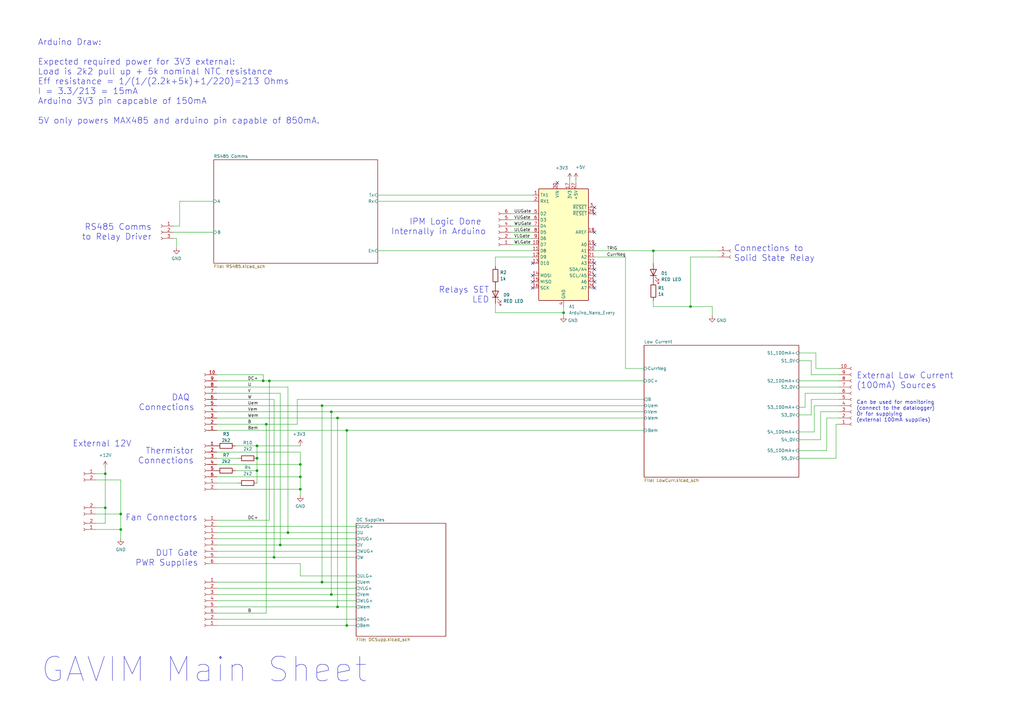
<source format=kicad_sch>
(kicad_sch (version 20231120) (generator "eeschema") (generator_version "8.0")
  (paper "A3")
  (title_block (title "GAVIM V4 TEST 137") (date "2024-06-25") (rev "00.00") (company "Nidec Drives"))
  (lib_symbols
    (symbol "Connector:Conn_01x02_Socket" (pin_names (offset 1.016) hide)
      (property "Reference" "J" (at 0 2.54 0))
      (property "Value" "Conn_01x02_Socket" (at 0 -5.08 0))
      (symbol "Conn_01x02_Socket_1_1"
        (arc (start 0 -2.032) (mid -0.5058 -2.54) (end 0 -3.048) (stroke (width 0.1524)))
        (polyline (pts (xy -1.27 -2.54) (xy -0.508 -2.54)) (stroke (width 0.1524)))
        (polyline (pts (xy -1.27 0) (xy -0.508 0)) (stroke (width 0.1524)))
        (arc (start 0 0.508) (mid -0.5058 0) (end 0 -0.508) (stroke (width 0.1524)))
        (pin passive line (at -5.08 0 0) (length 3.81) (name "Pin_1") (number "1"))
        (pin passive line (at -5.08 -2.54 0) (length 3.81) (name "Pin_2") (number "2"))
      )
    )
    (symbol "Connector:Conn_01x03_Socket" (pin_names (offset 1.016) hide)
      (property "Reference" "J" (at 0 5.08 0))
      (property "Value" "Conn_01x03_Socket" (at 0 -5.08 0))
      (symbol "Conn_01x03_Socket_1_1"
        (arc (start 0 -2.032) (mid -0.5058 -2.54) (end 0 -3.048) (stroke (width 0.1524)))
        (polyline (pts (xy -1.27 -2.54) (xy -0.508 -2.54)) (stroke (width 0.1524)))
        (polyline (pts (xy -1.27 0) (xy -0.508 0)) (stroke (width 0.1524)))
        (polyline (pts (xy -1.27 2.54) (xy -0.508 2.54)) (stroke (width 0.1524)))
        (arc (start 0 0.508) (mid -0.5058 0) (end 0 -0.508) (stroke (width 0.1524)))
        (arc (start 0 3.048) (mid -0.5058 2.54) (end 0 2.032) (stroke (width 0.1524)))
        (pin passive line (at -5.08 2.54 0) (length 3.81) (name "Pin_1") (number "1"))
        (pin passive line (at -5.08 0 0) (length 3.81) (name "Pin_2") (number "2"))
        (pin passive line (at -5.08 -2.54 0) (length 3.81) (name "Pin_3") (number "3"))
      )
    )
    (symbol "Connector:Conn_01x06_Socket" (pin_names (offset 1.016) hide)
      (property "Reference" "J" (at 0 7.62 0))
      (property "Value" "Conn_01x06_Socket" (at 0 -10.16 0))
      (symbol "Conn_01x06_Socket_1_1"
        (arc (start 0 -7.112) (mid -0.5058 -7.62) (end 0 -8.128) (stroke (width 0.1524)))
        (arc (start 0 -4.572) (mid -0.5058 -5.08) (end 0 -5.588) (stroke (width 0.1524)))
        (arc (start 0 -2.032) (mid -0.5058 -2.54) (end 0 -3.048) (stroke (width 0.1524)))
        (polyline (pts (xy -1.27 -7.62) (xy -0.508 -7.62)) (stroke (width 0.1524)))
        (polyline (pts (xy -1.27 -5.08) (xy -0.508 -5.08)) (stroke (width 0.1524)))
        (polyline (pts (xy -1.27 -2.54) (xy -0.508 -2.54)) (stroke (width 0.1524)))
        (polyline (pts (xy -1.27 0) (xy -0.508 0)) (stroke (width 0.1524)))
        (polyline (pts (xy -1.27 2.54) (xy -0.508 2.54)) (stroke (width 0.1524)))
        (polyline (pts (xy -1.27 5.08) (xy -0.508 5.08)) (stroke (width 0.1524)))
        (arc (start 0 0.508) (mid -0.5058 0) (end 0 -0.508) (stroke (width 0.1524)))
        (arc (start 0 3.048) (mid -0.5058 2.54) (end 0 2.032) (stroke (width 0.1524)))
        (arc (start 0 5.588) (mid -0.5058 5.08) (end 0 4.572) (stroke (width 0.1524)))
        (pin passive line (at -5.08 5.08 0) (length 3.81) (name "Pin_1") (number "1"))
        (pin passive line (at -5.08 2.54 0) (length 3.81) (name "Pin_2") (number "2"))
        (pin passive line (at -5.08 0 0) (length 3.81) (name "Pin_3") (number "3"))
        (pin passive line (at -5.08 -2.54 0) (length 3.81) (name "Pin_4") (number "4"))
        (pin passive line (at -5.08 -5.08 0) (length 3.81) (name "Pin_5") (number "5"))
        (pin passive line (at -5.08 -7.62 0) (length 3.81) (name "Pin_6") (number "6"))
      )
    )
    (symbol "Connector:Conn_01x10_Socket" (pin_names (offset 1.016) hide)
      (property "Reference" "J" (at 0 12.7 0))
      (property "Value" "Conn_01x10_Socket" (at 0 -15.24 0))
      (symbol "Conn_01x10_Socket_1_1"
        (arc (start 0 -12.192) (mid -0.5058 -12.7) (end 0 -13.208) (stroke (width 0.1524)))
        (arc (start 0 -9.652) (mid -0.5058 -10.16) (end 0 -10.668) (stroke (width 0.1524)))
        (arc (start 0 -7.112) (mid -0.5058 -7.62) (end 0 -8.128) (stroke (width 0.1524)))
        (arc (start 0 -4.572) (mid -0.5058 -5.08) (end 0 -5.588) (stroke (width 0.1524)))
        (arc (start 0 -2.032) (mid -0.5058 -2.54) (end 0 -3.048) (stroke (width 0.1524)))
        (polyline (pts (xy -1.27 -12.7) (xy -0.508 -12.7)) (stroke (width 0.1524)))
        (polyline (pts (xy -1.27 -10.16) (xy -0.508 -10.16)) (stroke (width 0.1524)))
        (polyline (pts (xy -1.27 -7.62) (xy -0.508 -7.62)) (stroke (width 0.1524)))
        (polyline (pts (xy -1.27 -5.08) (xy -0.508 -5.08)) (stroke (width 0.1524)))
        (polyline (pts (xy -1.27 -2.54) (xy -0.508 -2.54)) (stroke (width 0.1524)))
        (polyline (pts (xy -1.27 0) (xy -0.508 0)) (stroke (width 0.1524)))
        (polyline (pts (xy -1.27 2.54) (xy -0.508 2.54)) (stroke (width 0.1524)))
        (polyline (pts (xy -1.27 5.08) (xy -0.508 5.08)) (stroke (width 0.1524)))
        (polyline (pts (xy -1.27 7.62) (xy -0.508 7.62)) (stroke (width 0.1524)))
        (polyline (pts (xy -1.27 10.16) (xy -0.508 10.16)) (stroke (width 0.1524)))
        (arc (start 0 0.508) (mid -0.5058 0) (end 0 -0.508) (stroke (width 0.1524)))
        (arc (start 0 3.048) (mid -0.5058 2.54) (end 0 2.032) (stroke (width 0.1524)))
        (arc (start 0 5.588) (mid -0.5058 5.08) (end 0 4.572) (stroke (width 0.1524)))
        (arc (start 0 8.128) (mid -0.5058 7.62) (end 0 7.112) (stroke (width 0.1524)))
        (arc (start 0 10.668) (mid -0.5058 10.16) (end 0 9.652) (stroke (width 0.1524)))
        (pin passive line (at -5.08 10.16 0) (length 3.81) (name "Pin_1") (number "1"))
        (pin passive line (at -5.08 -12.7 0) (length 3.81) (name "Pin_10") (number "10"))
        (pin passive line (at -5.08 7.62 0) (length 3.81) (name "Pin_2") (number "2"))
        (pin passive line (at -5.08 5.08 0) (length 3.81) (name "Pin_3") (number "3"))
        (pin passive line (at -5.08 2.54 0) (length 3.81) (name "Pin_4") (number "4"))
        (pin passive line (at -5.08 0 0) (length 3.81) (name "Pin_5") (number "5"))
        (pin passive line (at -5.08 -2.54 0) (length 3.81) (name "Pin_6") (number "6"))
        (pin passive line (at -5.08 -5.08 0) (length 3.81) (name "Pin_7") (number "7"))
        (pin passive line (at -5.08 -7.62 0) (length 3.81) (name "Pin_8") (number "8"))
        (pin passive line (at -5.08 -10.16 0) (length 3.81) (name "Pin_9") (number "9"))
      )
    )
    (symbol "Device:LED" (pin_numbers hide) (pin_names (offset 1.016) hide)
      (property "Reference" "D" (at 0 2.54 0))
      (property "Value" "LED" (at 0 -2.54 0))
      (symbol "LED_0_1"
        (polyline (pts (xy -1.27 -1.27) (xy -1.27 1.27)) (stroke (width 0.254)))
        (polyline (pts (xy -1.27 0) (xy 1.27 0)))
        (polyline (pts (xy 1.27 -1.27) (xy 1.27 1.27) (xy -1.27 0) (xy 1.27 -1.27)) (stroke (width 0.254)))
        (polyline (pts (xy -3.048 -0.762) (xy -4.572 -2.286) (xy -3.81 -2.286) (xy -4.572 -2.286) (xy -4.572 -1.524)))
        (polyline (pts (xy -1.778 -0.762) (xy -3.302 -2.286) (xy -2.54 -2.286) (xy -3.302 -2.286) (xy -3.302 -1.524)))
      )
      (symbol "LED_1_1"
        (pin passive line (at -3.81 0 0) (length 2.54) (name "K") (number "1"))
        (pin passive line (at 3.81 0 180) (length 2.54) (name "A") (number "2"))
      )
    )
    (symbol "Device:R" (pin_numbers hide) (pin_names (offset 0))
      (property "Reference" "R" (at 2.032 0 90))
      (property "Value" "R" (at 0 0 90))
      (symbol "R_0_1"
        (rectangle (start -1.016 -2.54) (end 1.016 2.54) (stroke (width 0.254)))
      )
      (symbol "R_1_1"
        (pin passive line (at 0 3.81 270) (length 1.27) (name "~") (number "1"))
        (pin passive line (at 0 -3.81 90) (length 1.27) (name "~") (number "2"))
      )
    )
    (symbol "MCU_Module:Arduino_Nano_Every"
      (property "Reference" "A" (at -10.16 23.495 0))
      (property "Value" "Arduino_Nano_Every" (at 5.08 -24.13 0))
      (symbol "Arduino_Nano_Every_0_1"
        (rectangle (start -10.16 22.86) (end 10.16 -22.86) (stroke (width 0.254)) (fill (type background)))
      )
      (symbol "Arduino_Nano_Every_1_1"
        (pin bidirectional line (at -12.7 20.32 0) (length 2.54) (name "TX1") (number "1"))
        (pin bidirectional line (at -12.7 0 0) (length 2.54) (name "D7") (number "10"))
        (pin bidirectional line (at -12.7 -2.54 0) (length 2.54) (name "D8") (number "11"))
        (pin bidirectional line (at -12.7 -5.08 0) (length 2.54) (name "D9") (number "12"))
        (pin bidirectional line (at -12.7 -7.62 0) (length 2.54) (name "D10") (number "13"))
        (pin bidirectional line (at -12.7 -12.7 0) (length 2.54) (name "MOSI") (number "14"))
        (pin bidirectional line (at -12.7 -15.24 0) (length 2.54) (name "MISO") (number "15"))
        (pin bidirectional line (at -12.7 -17.78 0) (length 2.54) (name "SCK") (number "16"))
        (pin power_out line (at 2.54 25.4 270) (length 2.54) (name "3V3") (number "17"))
        (pin input line (at 12.7 5.08 180) (length 2.54) (name "AREF") (number "18"))
        (pin bidirectional line (at 12.7 0 180) (length 2.54) (name "A0") (number "19"))
        (pin bidirectional line (at -12.7 17.78 0) (length 2.54) (name "RX1") (number "2"))
        (pin bidirectional line (at 12.7 -2.54 180) (length 2.54) (name "A1") (number "20"))
        (pin bidirectional line (at 12.7 -5.08 180) (length 2.54) (name "A2") (number "21"))
        (pin bidirectional line (at 12.7 -7.62 180) (length 2.54) (name "A3") (number "22"))
        (pin bidirectional line (at 12.7 -10.16 180) (length 2.54) (name "SDA/A4") (number "23"))
        (pin bidirectional line (at 12.7 -12.7 180) (length 2.54) (name "SCL/A5") (number "24"))
        (pin bidirectional line (at 12.7 -15.24 180) (length 2.54) (name "A6") (number "25"))
        (pin bidirectional line (at 12.7 -17.78 180) (length 2.54) (name "A7") (number "26"))
        (pin power_out line (at 5.08 25.4 270) (length 2.54) (name "+5V") (number "27"))
        (pin input line (at 12.7 12.7 180) (length 2.54) (name "~{RESET}") (number "28"))
        (pin passive line (at 0 -25.4 90) (length 2.54) hide (name "GND") (number "29"))
        (pin input line (at 12.7 15.24 180) (length 2.54) (name "~{RESET}") (number "3"))
        (pin power_in line (at -2.54 25.4 270) (length 2.54) (name "VIN") (number "30"))
        (pin power_in line (at 0 -25.4 90) (length 2.54) (name "GND") (number "4"))
        (pin bidirectional line (at -12.7 12.7 0) (length 2.54) (name "D2") (number "5"))
        (pin bidirectional line (at -12.7 10.16 0) (length 2.54) (name "D3") (number "6"))
        (pin bidirectional line (at -12.7 7.62 0) (length 2.54) (name "D4") (number "7"))
        (pin bidirectional line (at -12.7 5.08 0) (length 2.54) (name "D5") (number "8"))
        (pin bidirectional line (at -12.7 2.54 0) (length 2.54) (name "D6") (number "9"))
      )
    )
    (symbol "power:+12V" (power) (pin_numbers hide) (pin_names (offset 0) hide)
      (property "Value" "+12V" (at 0 3.556 0))
      (symbol "+12V_0_1"
        (polyline (pts (xy -0.762 1.27) (xy 0 2.54)))
        (polyline (pts (xy 0 0) (xy 0 2.54)))
        (polyline (pts (xy 0 2.54) (xy 0.762 1.27)))
      )
      (symbol "+12V_1_1"
        (pin power_in line (at 0 0 90) (length 0) (name "~") (number "1"))
      )
    )
    (symbol "power:+3V3" (power) (pin_numbers hide) (pin_names (offset 0) hide)
      (property "Value" "+3V3" (at 0 3.556 0))
      (symbol "+3V3_0_1"
        (polyline (pts (xy -0.762 1.27) (xy 0 2.54)))
        (polyline (pts (xy 0 0) (xy 0 2.54)))
        (polyline (pts (xy 0 2.54) (xy 0.762 1.27)))
      )
      (symbol "+3V3_1_1"
        (pin power_in line (at 0 0 90) (length 0) (name "~") (number "1"))
      )
    )
    (symbol "power:+5V" (power) (pin_numbers hide) (pin_names (offset 0) hide)
      (property "Value" "+5V" (at 0 3.556 0))
      (symbol "+5V_0_1"
        (polyline (pts (xy -0.762 1.27) (xy 0 2.54)))
        (polyline (pts (xy 0 0) (xy 0 2.54)))
        (polyline (pts (xy 0 2.54) (xy 0.762 1.27)))
      )
      (symbol "+5V_1_1"
        (pin power_in line (at 0 0 90) (length 0) (name "~") (number "1"))
      )
    )
    (symbol "power:GND" (power) (pin_names (offset 0))
      (property "Value" "GND" (at 0 -3.81 0))
      (symbol "GND_0_1"
        (polyline (pts (xy 0 0) (xy 0 -1.27) (xy 1.27 -1.27) (xy 0 -2.54) (xy -1.27 -1.27) (xy 0 -1.27)))
      )
      (symbol "GND_1_1"
        (pin power_in line (at 0 0 270) (length 0) hide (name "GND") (number "1"))
      )
    )
  )
  (junction (at 105.41 182.88))
  (junction (at 138.43 248.92))
  (junction (at 49.53 217.17))
  (junction (at 105.41 193.04))
  (junction (at 114.935 223.52))
  (junction (at 135.89 243.84))
  (junction (at 112.395 228.6))
  (junction (at 123.19 200.66))
  (junction (at 49.53 210.82))
  (junction (at 132.08 166.37))
  (junction (at 118.11 218.44))
  (junction (at 109.22 173.99))
  (junction (at 231.14 128.27))
  (junction (at 105.41 187.96))
  (junction (at 123.19 190.5))
  (junction (at 123.19 195.58))
  (junction (at 43.18 208.28))
  (junction (at 110.49 156.21))
  (junction (at 107.95 156.21))
  (junction (at 142.24 256.54))
  (junction (at 135.89 168.91))
  (junction (at 267.97 102.87))
  (junction (at 43.18 194.31))
  (junction (at 138.43 171.45))
  (junction (at 283.21 125.73))
  (junction (at 132.08 238.76))
  (junction (at 142.24 176.53))
  (no_connect (at 218.44 115.57))
  (no_connect (at 243.84 118.11))
  (no_connect (at 243.84 113.03))
  (no_connect (at 243.84 110.49))
  (no_connect (at 218.44 113.03))
  (no_connect (at 243.84 95.25))
  (no_connect (at 218.44 118.11))
  (no_connect (at 243.84 87.63))
  (no_connect (at 243.84 107.95))
  (no_connect (at 243.84 100.33))
  (no_connect (at 243.84 115.57))
  (no_connect (at 243.84 85.09))
  (no_connect (at 218.44 107.95))
  (no_connect (at 228.6 74.93))
  (wire (pts (xy 107.95 153.67) (xy 107.95 156.21)))
  (wire (pts (xy 231.14 125.73) (xy 231.14 128.27)))
  (wire (pts (xy 121.92 163.83) (xy 264.16 163.83)))
  (wire (pts (xy 88.9 190.5) (xy 123.19 190.5)))
  (wire (pts (xy 138.43 171.45) (xy 138.43 248.92)))
  (wire (pts (xy 88.9 161.29) (xy 114.935 161.29)))
  (wire (pts (xy 132.08 238.76) (xy 146.05 238.76)))
  (wire (pts (xy 88.9 153.67) (xy 107.95 153.67)))
  (wire (pts (xy 267.97 123.19) (xy 267.97 125.73)))
  (wire (pts (xy 43.18 208.28) (xy 43.18 194.31)))
  (wire (pts (xy 39.37 210.82) (xy 49.53 210.82)))
  (wire (pts (xy 88.9 213.36) (xy 110.49 213.36)))
  (wire (pts (xy 267.97 102.87) (xy 267.97 107.95)))
  (wire (pts (xy 332.74 170.18) (xy 327.66 170.18)))
  (wire (pts (xy 123.19 185.42) (xy 123.19 190.5)))
  (wire (pts (xy 121.92 163.83) (xy 121.92 173.99)))
  (wire (pts (xy 88.9 246.38) (xy 146.05 246.38)))
  (wire (pts (xy 107.95 156.21) (xy 110.49 156.21)))
  (wire (pts (xy 88.9 215.9) (xy 146.05 215.9)))
  (wire (pts (xy 283.21 105.41) (xy 294.64 105.41)))
  (wire (pts (xy 49.53 196.85) (xy 39.37 196.85)))
  (wire (pts (xy 88.9 187.96) (xy 97.79 187.96)))
  (wire (pts (xy 123.19 203.2) (xy 123.19 200.66)))
  (wire (pts (xy 327.66 167.005) (xy 330.2 167.005)))
  (wire (pts (xy 39.37 208.28) (xy 43.18 208.28)))
  (wire (pts (xy 96.52 182.88) (xy 105.41 182.88)))
  (wire (pts (xy 112.395 228.6) (xy 146.05 228.6)))
  (wire (pts (xy 135.89 168.91) (xy 264.16 168.91)))
  (wire (pts (xy 105.41 182.88) (xy 105.41 187.96)))
  (wire (pts (xy 138.43 171.45) (xy 88.9 171.45)))
  (wire (pts (xy 334.645 151.13) (xy 344.17 151.13)))
  (wire (pts (xy 88.9 185.42) (xy 123.19 185.42)))
  (wire (pts (xy 209.55 90.17) (xy 218.44 90.17)))
  (wire (pts (xy 121.92 173.99) (xy 109.22 173.99)))
  (wire (pts (xy 72.39 97.79) (xy 71.12 97.79)))
  (wire (pts (xy 88.9 195.58) (xy 123.19 195.58)))
  (wire (pts (xy 73.66 92.71) (xy 71.12 92.71)))
  (wire (pts (xy 88.9 256.54) (xy 142.24 256.54)))
  (wire (pts (xy 123.19 231.14) (xy 123.19 236.22)))
  (wire (pts (xy 114.935 223.52) (xy 146.05 223.52)))
  (wire (pts (xy 332.74 153.67) (xy 344.17 153.67)))
  (wire (pts (xy 209.55 92.71) (xy 218.44 92.71)))
  (wire (pts (xy 283.21 125.73) (xy 292.1 125.73)))
  (wire (pts (xy 88.9 176.53) (xy 142.24 176.53)))
  (wire (pts (xy 256.54 151.13) (xy 264.16 151.13)))
  (wire (pts (xy 105.41 182.88) (xy 123.19 182.88)))
  (wire (pts (xy 39.37 217.17) (xy 49.53 217.17)))
  (wire (pts (xy 231.14 128.27) (xy 231.14 129.54)))
  (wire (pts (xy 342.9 173.99) (xy 342.9 187.96)))
  (wire (pts (xy 71.12 95.25) (xy 87.63 95.25)))
  (wire (pts (xy 110.49 156.21) (xy 110.49 213.36)))
  (wire (pts (xy 43.18 191.77) (xy 43.18 194.31)))
  (wire (pts (xy 267.97 102.87) (xy 294.64 102.87)))
  (wire (pts (xy 334.645 144.78) (xy 327.66 144.78)))
  (wire (pts (xy 339.09 171.45) (xy 339.09 184.785)))
  (wire (pts (xy 142.24 176.53) (xy 264.16 176.53)))
  (wire (pts (xy 209.55 100.33) (xy 218.44 100.33)))
  (wire (pts (xy 105.41 198.12) (xy 105.41 193.04)))
  (wire (pts (xy 43.18 214.63) (xy 43.18 208.28)))
  (wire (pts (xy 112.395 163.83) (xy 112.395 228.6)))
  (wire (pts (xy 327.66 156.21) (xy 344.17 156.21)))
  (wire (pts (xy 88.9 238.76) (xy 132.08 238.76)))
  (wire (pts (xy 236.22 73.66) (xy 236.22 74.93)))
  (wire (pts (xy 88.9 200.66) (xy 123.19 200.66)))
  (wire (pts (xy 88.9 163.83) (xy 112.395 163.83)))
  (wire (pts (xy 49.53 217.17) (xy 49.53 210.82)))
  (wire (pts (xy 218.44 105.41) (xy 203.2 105.41)))
  (wire (pts (xy 336.55 168.91) (xy 336.55 180.34)))
  (wire (pts (xy 243.84 105.41) (xy 256.54 105.41)))
  (wire (pts (xy 344.17 173.99) (xy 342.9 173.99)))
  (wire (pts (xy 142.24 256.54) (xy 146.05 256.54)))
  (wire (pts (xy 88.9 243.84) (xy 135.89 243.84)))
  (wire (pts (xy 330.2 161.29) (xy 344.17 161.29)))
  (wire (pts (xy 105.41 187.96) (xy 105.41 193.04)))
  (wire (pts (xy 203.2 128.27) (xy 231.14 128.27)))
  (wire (pts (xy 332.74 163.83) (xy 344.17 163.83)))
  (wire (pts (xy 135.89 168.91) (xy 135.89 243.84)))
  (wire (pts (xy 123.19 190.5) (xy 123.19 195.58)))
  (wire (pts (xy 118.11 218.44) (xy 146.05 218.44)))
  (wire (pts (xy 123.19 195.58) (xy 123.19 200.66)))
  (wire (pts (xy 114.935 161.29) (xy 114.935 223.52)))
  (wire (pts (xy 327.66 187.96) (xy 342.9 187.96)))
  (wire (pts (xy 39.37 194.31) (xy 43.18 194.31)))
  (wire (pts (xy 267.97 125.73) (xy 283.21 125.73)))
  (wire (pts (xy 233.68 73.66) (xy 233.68 74.93)))
  (wire (pts (xy 49.53 210.82) (xy 49.53 196.85)))
  (wire (pts (xy 334.645 151.13) (xy 334.645 144.78)))
  (wire (pts (xy 88.9 228.6) (xy 112.395 228.6)))
  (wire (pts (xy 88.9 241.3) (xy 146.05 241.3)))
  (wire (pts (xy 334.01 166.37) (xy 334.01 177.165)))
  (wire (pts (xy 154.94 102.87) (xy 218.44 102.87)))
  (wire (pts (xy 327.66 158.75) (xy 344.17 158.75)))
  (wire (pts (xy 39.37 214.63) (xy 43.18 214.63)))
  (wire (pts (xy 330.2 167.005) (xy 330.2 161.29)))
  (wire (pts (xy 132.08 166.37) (xy 132.08 238.76)))
  (wire (pts (xy 344.17 171.45) (xy 339.09 171.45)))
  (wire (pts (xy 332.74 163.83) (xy 332.74 170.18)))
  (wire (pts (xy 142.24 176.53) (xy 142.24 256.54)))
  (wire (pts (xy 138.43 248.92) (xy 146.05 248.92)))
  (wire (pts (xy 334.01 166.37) (xy 344.17 166.37)))
  (wire (pts (xy 88.9 248.92) (xy 138.43 248.92)))
  (wire (pts (xy 88.9 158.75) (xy 118.11 158.75)))
  (wire (pts (xy 243.84 102.87) (xy 267.97 102.87)))
  (wire (pts (xy 109.22 173.99) (xy 109.22 251.46)))
  (wire (pts (xy 154.94 82.55) (xy 218.44 82.55)))
  (wire (pts (xy 88.9 251.46) (xy 109.22 251.46)))
  (wire (pts (xy 88.9 223.52) (xy 114.935 223.52)))
  (wire (pts (xy 209.55 87.63) (xy 218.44 87.63)))
  (wire (pts (xy 88.9 166.37) (xy 132.08 166.37)))
  (wire (pts (xy 88.9 220.98) (xy 146.05 220.98)))
  (wire (pts (xy 138.43 171.45) (xy 264.16 171.45)))
  (wire (pts (xy 96.52 193.04) (xy 105.41 193.04)))
  (wire (pts (xy 256.54 105.41) (xy 256.54 151.13)))
  (wire (pts (xy 209.55 97.79) (xy 218.44 97.79)))
  (wire (pts (xy 132.08 166.37) (xy 264.16 166.37)))
  (wire (pts (xy 88.9 254) (xy 146.05 254)))
  (wire (pts (xy 88.9 173.99) (xy 109.22 173.99)))
  (wire (pts (xy 203.2 124.46) (xy 203.2 128.27)))
  (wire (pts (xy 87.63 82.55) (xy 73.66 82.55)))
  (wire (pts (xy 336.55 180.34) (xy 327.66 180.34)))
  (wire (pts (xy 334.01 177.165) (xy 327.66 177.165)))
  (wire (pts (xy 88.9 218.44) (xy 118.11 218.44)))
  (wire (pts (xy 118.11 158.75) (xy 118.11 218.44)))
  (wire (pts (xy 88.9 168.91) (xy 135.89 168.91)))
  (wire (pts (xy 73.66 82.55) (xy 73.66 92.71)))
  (wire (pts (xy 327.66 147.955) (xy 332.74 147.955)))
  (wire (pts (xy 332.74 147.955) (xy 332.74 153.67)))
  (wire (pts (xy 344.17 168.91) (xy 336.55 168.91)))
  (wire (pts (xy 154.94 80.01) (xy 218.44 80.01)))
  (wire (pts (xy 110.49 156.21) (xy 264.16 156.21)))
  (wire (pts (xy 135.89 243.84) (xy 146.05 243.84)))
  (wire (pts (xy 327.66 184.785) (xy 339.09 184.785)))
  (wire (pts (xy 283.21 125.73) (xy 283.21 105.41)))
  (wire (pts (xy 88.9 226.06) (xy 146.05 226.06)))
  (wire (pts (xy 88.9 156.21) (xy 107.95 156.21)))
  (wire (pts (xy 123.19 236.22) (xy 146.05 236.22)))
  (wire (pts (xy 49.53 220.98) (xy 49.53 217.17)))
  (wire (pts (xy 72.39 101.6) (xy 72.39 97.79)))
  (wire (pts (xy 203.2 105.41) (xy 203.2 109.22)))
  (wire (pts (xy 123.19 231.14) (xy 88.9 231.14)))
  (wire (pts (xy 88.9 198.12) (xy 97.79 198.12)))
  (wire (pts (xy 292.1 129.54) (xy 292.1 125.73)))
  (wire (pts (xy 209.55 95.25) (xy 218.44 95.25)))
  (text "Can be used for monitoring \n(connect to the datalogger)\nOr for supplying\n(external 100mA supplies)" (at 351.282 173.228 0) (effects (font (size 1.5 1.5)) (justify left bottom)))
  (text "GAVIM Main Sheet" (at 16.51 280.67 0) (effects (font (size 10 10)) (justify left bottom)))
  (text "DAQ \nConnections" (at 79.756 168.656 0) (effects (font (size 2.5 2.5)) (justify right bottom)))
  (text "IPM Logic Done \nInternally in Arduino" (at 199.39 96.52 0) (effects (font (size 2.5 2.5)) (justify right bottom)))
  (text "External 12V" (at 53.975 183.515 0) (effects (font (size 2.5 2.5)) (justify right bottom)))
  (text "Fan Connectors" (at 81.026 213.868 0) (effects (font (size 2.5 2.5)) (justify right bottom)))
  (text "RS485 Comms\nto Relay Driver" (at 62.23 95.25 0) (effects (font (size 2.5 2.5)) (justify right)))
  (text "DUT Gate\nPWR Supplies" (at 81.28 232.41 0) (effects (font (size 2.5 2.5)) (justify right bottom)))
  (text "External Low Current \n(100mA) Sources" (at 351.282 159.639 0) (effects (font (size 2.5 2.5)) (justify left bottom)))
  (text "Arduino Draw:\n\nExpected required power for 3V3 external:\nLoad is 2k2 pull up + 5k nominal NTC resistance\nEff resistance = 1/(1/(2.2k+5k)+1/220)=213 Ohms\nI = 3.3/213 = 15mA\nArduino 3V3 pin capcable of 150mA\n\n5V only powers MAX485 and arduino pin capable of 850mA." (at 15.494 33.528 0) (effects (font (size 2.5 2.5)) (justify left)))
  (text "Relays SET\nLED" (at 200.66 124.46 0) (effects (font (size 2.5 2.5)) (justify right bottom)))
  (text "Connections to\nSolid State Relay" (at 300.99 107.442 0) (effects (font (size 2.5 2.5)) (justify left bottom)))
  (text "Thermistor\nConnections" (at 79.502 190.5 0) (effects (font (size 2.5 2.5)) (justify right bottom)))
  (label "U" (at 101.6 158.75 0))
  (label "DC+" (at 101.6 156.21 0))
  (label "Wem" (at 101.6 171.45 0))
  (label "UUGate" (at 210.82 87.63 0))
  (label "B" (at 101.6 173.99 0))
  (label "CurrNeg" (at 248.92 105.41 0))
  (label "VLGate" (at 210.82 97.79 0))
  (label "W" (at 101.6 163.83 0))
  (label "B" (at 101.6 251.46 0))
  (label "Vem" (at 101.6 168.91 0))
  (label "WUGate" (at 210.82 92.71 0))
  (label "ULGate" (at 210.82 95.25 0))
  (label "VUGate" (at 210.82 90.17 0))
  (label "TRIG" (at 248.92 102.87 0))
  (label "Bem" (at 101.6 176.53 0))
  (label "DC+" (at 101.6 213.36 0))
  (label "Uem" (at 101.6 166.37 0))
  (label "V" (at 101.6 161.29 0))
  (label "WLGate" (at 210.82 100.33 0))
  (symbol (lib_id "power:GND") (at 231.14 129.54 0) (unit 1)
    (property "Reference" "#PWR035" (effects (hide yes)))
    (property "Value" "GND" (at 234.95 131.445 0))
  )
  (symbol (lib_id "Device:LED") (at 267.97 111.76 90) (unit 1)
    (property "Reference" "D1" (at 271.145 112.0775 90) (effects (justify right)))
    (property "Value" "RED LED" (at 271.145 114.6175 90) (effects (justify right)))
    (property "Footprint" "LED_THT:LED_D4.0mm" (effects (hide yes)))
    (property "CT Part Number" "N/A" (effects (hide yes)))
  )
  (symbol (lib_id "power:GND") (at 72.39 101.6 0) (unit 1)
    (property "Reference" "#PWR02" (effects (hide yes)))
    (property "Value" "GND" (at 72.39 106.045 0))
  )
  (symbol (lib_id "power:+5V") (at 236.22 73.66 0) (unit 1)
    (property "Reference" "#PWR01" (effects (hide yes)))
    (property "Value" "+5V" (at 237.998 68.58 0))
    (property "Description" "Power symbol creates a global label with name \"+5V\"" (effects (hide yes)))
  )
  (symbol (lib_id "power:+3V3") (at 233.68 73.66 0) (unit 1)
    (property "Reference" "#PWR03" (effects (hide yes)))
    (property "Value" "+3V3" (at 230.378 68.834 0))
    (property "Description" "Power symbol creates a global label with name \"+3V3\"" (effects (hide yes)))
  )
  (symbol (lib_id "Device:R") (at 101.6 198.12 90) (unit 1)
    (property "Reference" "R4" (at 101.6 191.77 90))
    (property "Value" "2k2" (at 101.6 194.31 90))
    (property "Footprint" "Resistor_SMD:R_0603_1608Metric_Pad0.98x0.95mm_HandSolder" (effects (hide yes)))
    (property "CT Part Number" "1127-4101" (effects (hide yes)))
  )
  (symbol (lib_id "Connector:Conn_01x06_Socket") (at 83.82 223.52 0) (mirror y) (unit 1)
    (property "Reference" "J3" (effects (hide yes)))
    (property "Value" "Conn_01x06_Socket" (effects (hide yes)))
    (property "Footprint" "Imported Parts:TB00150006BE" (effects (hide yes)))
    (property "CT Part Number" "N/A" (effects (hide yes)))
    (property "Link (Ext)" "https://www.mouser.co.uk/ProductDetail/CUI-Devices/TB001-500-06BE?qs=vLWxofP3U2x%252BpvV03%2FIHfg%3D%3D" (effects (hide yes)))
  )
  (symbol (lib_id "Connector:Conn_01x10_Socket") (at 83.82 166.37 180) (unit 1)
    (property "Reference" "J10" (effects (hide yes)))
    (property "Value" "Conn_01x10_Socket" (effects (hide yes)))
    (property "Footprint" "Imported Parts:SHDR10W100P0X500_1X10_5000X900X1250P" (effects (hide yes)))
    (property "Description" "Generic connector, single row, 01x10, script generated" (effects (hide yes)))
    (property "CT Part Number" "N/A" (effects (hide yes)))
    (property "Link (Ext)" "https://www.mouser.co.uk/ProductDetail/CUI-Devices/TB001-500-08BE?qs=vLWxofP3U2yEuwKNSzgFJw%3D%3D" (effects (hide yes)))
  )
  (symbol (lib_id "power:+3V3") (at 123.19 182.88 0) (unit 1)
    (property "Reference" "#PWR011" (effects (hide yes)))
    (property "Value" "+3V3" (at 122.682 178.054 0))
    (property "Description" "Power symbol creates a global label with name \"+3V3\"" (effects (hide yes)))
  )
  (symbol (lib_id "Connector:Conn_01x02_Socket") (at 34.29 210.82 180) (unit 1)
    (property "Reference" "J12" (effects (hide yes)))
    (property "Value" "Conn_01x02_Socket" (effects (hide yes)))
    (property "Footprint" "Imported Parts:JST_VH_B2P-VH_1x02_P3.96mm_Vertical" (effects (hide yes)))
    (property "CT Part Number" "N/A" (effects (hide yes)))
  )
  (symbol (lib_id "Device:R") (at 101.6 187.96 90) (unit 1)
    (property "Reference" "R10" (at 101.6 181.61 90))
    (property "Value" "2k2" (at 101.6 184.15 90))
    (property "Footprint" "Resistor_SMD:R_0603_1608Metric_Pad0.98x0.95mm_HandSolder" (effects (hide yes)))
    (property "CT Part Number" "1127-4101" (effects (hide yes)))
  )
  (symbol (lib_id "Connector:Conn_01x06_Socket") (at 204.47 95.25 180) (unit 1)
    (property "Reference" "J1" (effects (hide yes)))
    (property "Value" "Conn_01x06_Socket" (effects (hide yes)))
    (property "Footprint" "Imported Parts:TB00150006BE" (effects (hide yes)))
    (property "CT Part Number" "N/A" (effects (hide yes)))
    (property "Link (Ext)" "https://www.mouser.co.uk/ProductDetail/CUI-Devices/TB001-500-06BE?qs=vLWxofP3U2x%252BpvV03%2FIHfg%3D%3D" (effects (hide yes)))
  )
  (symbol (lib_id "Connector:Conn_01x02_Socket") (at 34.29 194.31 0) (mirror y) (unit 1)
    (property "Reference" "J11" (effects (hide yes)))
    (property "Value" "Conn_01x02_Socket" (effects (hide yes)))
    (property "Footprint" "Imported Parts:CUI_TB001-500-02BE" (effects (hide yes)))
    (property "CT Part Number" "N/A" (effects (hide yes)))
    (property "Link (Ext)" "https://www.mouser.co.uk/ProductDetail/CUI-Devices/TB001-500-06BE?qs=vLWxofP3U2x%252BpvV03%2FIHfg%3D%3D" (effects (hide yes)))
  )
  (symbol (lib_id "power:+12V") (at 43.18 191.77 0) (unit 1)
    (property "Reference" "#PWR0103" (effects (hide yes)))
    (property "Value" "+12V" (at 43.18 186.69 0))
    (property "Description" "Power symbol creates a global label with name \"+12V\"" (effects (hide yes)))
  )
  (symbol (lib_id "power:GND") (at 292.1 129.54 0) (unit 1)
    (property "Reference" "#PWR010" (effects (hide yes)))
    (property "Value" "GND" (at 295.91 131.445 0))
  )
  (symbol (lib_id "Connector:Conn_01x02_Socket") (at 299.72 102.87 0) (unit 1)
    (property "Reference" "J8" (effects (hide yes)))
    (property "Value" "Conn_01x02_Socket" (effects (hide yes)))
    (property "Footprint" "Imported Parts:JST_VH_B2P-VH_1x02_P3.96mm_Vertical" (effects (hide yes)))
    (property "CT Part Number" "N/A" (effects (hide yes)))
  )
  (symbol (lib_id "power:GND") (at 123.19 203.2 0) (unit 1)
    (property "Reference" "#PWR012" (effects (hide yes)))
    (property "Value" "GND" (at 123.19 207.645 0))
  )
  (symbol (lib_id "Device:R") (at 267.97 119.38 0) (unit 1)
    (property "Reference" "R1" (at 269.875 118.11 0) (effects (justify left)))
    (property "Value" "1k" (at 269.875 120.65 0) (effects (justify left)))
    (property "Footprint" "Resistor_SMD:R_0603_1608Metric_Pad0.98x0.95mm_HandSolder" (effects (hide yes)))
    (property "CT Part Number" "1127-4101" (effects (hide yes)))
  )
  (symbol (lib_id "Connector:Conn_01x02_Socket") (at 83.82 256.54 180) (unit 1)
    (property "Reference" "J5" (effects (hide yes)))
    (property "Value" "Conn_01x02_Socket" (effects (hide yes)))
    (property "Footprint" "Imported Parts:CUI_TB001-500-02BE" (effects (hide yes)))
    (property "CT Part Number" "N/A" (effects (hide yes)))
    (property "Link (Ext)" "https://www.mouser.co.uk/ProductDetail/CUI-Devices/TB001-500-06BE?qs=vLWxofP3U2x%252BpvV03%2FIHfg%3D%3D" (effects (hide yes)))
  )
  (symbol (lib_id "Device:R") (at 203.2 113.03 0) (unit 1)
    (property "Reference" "R2" (at 205.105 111.76 0) (effects (justify left)))
    (property "Value" "1k" (at 205.105 114.3 0) (effects (justify left)))
    (property "Footprint" "Resistor_SMD:R_0603_1608Metric_Pad0.98x0.95mm_HandSolder" (effects (hide yes)))
    (property "CT Part Number" "1127-4101" (effects (hide yes)))
  )
  (symbol (lib_id "Connector:Conn_01x06_Socket") (at 83.82 243.84 0) (mirror y) (unit 1)
    (property "Reference" "J4" (effects (hide yes)))
    (property "Value" "Conn_01x06_Socket" (effects (hide yes)))
    (property "Footprint" "Imported Parts:TB00150006BE" (effects (hide yes)))
    (property "CT Part Number" "N/A" (effects (hide yes)))
    (property "Link (Ext)" "https://www.mouser.co.uk/ProductDetail/CUI-Devices/TB001-500-06BE?qs=vLWxofP3U2x%252BpvV03%2FIHfg%3D%3D" (effects (hide yes)))
  )
  (symbol (lib_id "Device:R") (at 92.71 182.88 90) (unit 1)
    (property "Reference" "R3" (at 92.71 178.054 90))
    (property "Value" "2k2" (at 92.71 180.594 90))
    (property "Footprint" "Resistor_SMD:R_0603_1608Metric_Pad0.98x0.95mm_HandSolder" (effects (hide yes)))
    (property "CT Part Number" "1127-4101" (effects (hide yes)))
  )
  (symbol (lib_id "Connector:Conn_01x03_Socket") (at 66.04 95.25 0) (mirror y) (unit 1)
    (property "Reference" "J9" (effects (hide yes)))
    (property "Value" "Conn_01x03_Socket" (effects (hide yes)))
    (property "Footprint" "Imported Parts:B3P-VH" (effects (hide yes)))
    (property "Description" "Generic connector, single row, 01x03, script generated" (effects (hide yes)))
    (property "CT Part Number" "N/A" (effects (hide yes)))
  )
  (symbol (lib_id "Connector:Conn_01x02_Socket") (at 34.29 217.17 180) (unit 1)
    (property "Reference" "J13" (effects (hide yes)))
    (property "Value" "Conn_01x02_Socket" (effects (hide yes)))
    (property "Footprint" "Imported Parts:JST_VH_B2P-VH_1x02_P3.96mm_Vertical" (effects (hide yes)))
    (property "CT Part Number" "N/A" (effects (hide yes)))
  )
  (symbol (lib_id "Connector:Conn_01x02_Socket") (at 83.82 213.36 0) (mirror y) (unit 1)
    (property "Reference" "J2" (effects (hide yes)))
    (property "Value" "Conn_01x02_Socket" (effects (hide yes)))
    (property "Footprint" "Imported Parts:CUI_TB001-500-02BE" (effects (hide yes)))
    (property "CT Part Number" "N/A" (effects (hide yes)))
    (property "Link (Ext)" "https://www.mouser.co.uk/ProductDetail/CUI-Devices/TB001-500-06BE?qs=vLWxofP3U2x%252BpvV03%2FIHfg%3D%3D" (effects (hide yes)))
  )
  (symbol (lib_id "Connector:Conn_01x06_Socket") (at 83.82 187.96 0) (mirror y) (unit 1)
    (property "Reference" "J6" (effects (hide yes)))
    (property "Value" "Conn_01x06_Socket" (effects (hide yes)))
    (property "Footprint" "Imported Parts:TB00150006BE" (effects (hide yes)))
    (property "CT Part Number" "N/A" (effects (hide yes)))
    (property "Link (Ext)" "https://www.mouser.co.uk/ProductDetail/CUI-Devices/TB001-500-06BE?qs=vLWxofP3U2x%252BpvV03%2FIHfg%3D%3D" (effects (hide yes)))
  )
  (symbol (lib_id "Connector:Conn_01x02_Socket") (at 83.82 198.12 0) (mirror y) (unit 1)
    (property "Reference" "J14" (effects (hide yes)))
    (property "Value" "Conn_01x02_Socket" (effects (hide yes)))
    (property "Footprint" "Imported Parts:CUI_TB001-500-02BE" (effects (hide yes)))
    (property "CT Part Number" "N/A" (effects (hide yes)))
    (property "Link (Ext)" "https://www.mouser.co.uk/ProductDetail/CUI-Devices/TB001-500-06BE?qs=vLWxofP3U2x%252BpvV03%2FIHfg%3D%3D" (effects (hide yes)))
  )
  (symbol (lib_id "MCU_Module:Arduino_Nano_Every") (at 231.14 100.33 0) (unit 1)
    (property "Reference" "A1" (at 233.3341 125.73 0) (effects (justify left)))
    (property "Value" "Arduino_Nano_Every" (at 233.3341 128.27 0) (effects (justify left)))
    (property "Footprint" "Imported Parts:Arduino_Nano" (effects (hide yes)))
    (property "Datasheet" "https://content.arduino.cc/assets/NANOEveryV3.0_sch.pdf" (effects (hide yes)))
    (property "CT Part Number" "N/A" (effects (hide yes)))
  )
  (symbol (lib_id "Device:R") (at 92.71 193.04 90) (unit 1)
    (property "Reference" "R7" (at 92.71 186.69 90))
    (property "Value" "2k2" (at 92.71 189.23 90))
    (property "Footprint" "Resistor_SMD:R_0603_1608Metric_Pad0.98x0.95mm_HandSolder" (effects (hide yes)))
    (property "CT Part Number" "1127-4101" (effects (hide yes)))
  )
  (symbol (lib_id "Connector:Conn_01x10_Socket") (at 349.25 163.83 0) (mirror x) (unit 1)
    (property "Reference" "J7" (effects (hide yes)))
    (property "Value" "Conn_01x10_Socket" (effects (hide yes)))
    (property "Footprint" "Imported Parts:SHDR10W100P0X500_1X10_5000X900X1250P" (effects (hide yes)))
    (property "Description" "Generic connector, single row, 01x10, script generated" (effects (hide yes)))
    (property "CT Part Number" "N/A" (effects (hide yes)))
    (property "Link (Ext)" "https://www.mouser.co.uk/ProductDetail/CUI-Devices/TB001-500-08BE?qs=vLWxofP3U2yEuwKNSzgFJw%3D%3D" (effects (hide yes)))
  )
  (symbol (lib_id "Device:LED") (at 203.2 120.65 90) (unit 1)
    (property "Reference" "D9" (at 206.375 120.9675 90) (effects (justify right)))
    (property "Value" "RED LED" (at 206.375 123.5075 90) (effects (justify right)))
    (property "Footprint" "LED_THT:LED_D4.0mm" (effects (hide yes)))
    (property "CT Part Number" "N/A" (effects (hide yes)))
  )
  (symbol (lib_id "power:GND") (at 49.53 220.98 0) (unit 1)
    (property "Reference" "#PWR0136" (effects (hide yes)))
    (property "Value" "GND" (at 49.53 225.425 0))
  )
  (sheet (at 264.16 141.605) (size 63.5 54.102) (stroke (width 0.1524))
    (property "Sheetname" "Low Current" (at 264.16 140.8934 0) (effects (justify left bottom)))
    (property "Sheetfile" "LowCurr.kicad_sch" (at 264.16 196.2916 0) (effects (justify left top)))
    (pin "CurrNeg" input (at 264.16 151.13 180))
    (pin "S1_100mA+" input (at 327.66 144.78 0))
    (pin "DC+" input (at 264.16 156.21 180))
    (pin "S2_100mA+" input (at 327.66 156.21 0))
    (pin "S3_100mA+" input (at 327.66 167.005 0))
    (pin "S3_0V" input (at 327.66 170.18 0))
    (pin "S4_0V" input (at 327.66 180.34 0))
    (pin "S1_0V" input (at 327.66 147.955 0))
    (pin "B" output (at 264.16 163.83 180))
    (pin "S2_0V" input (at 327.66 158.75 0))
    (pin "S4_100mA+" input (at 327.66 177.165 0))
    (pin "Uem" bidirectional (at 264.16 166.37 180))
    (pin "Vem" bidirectional (at 264.16 168.91 180))
    (pin "Wem" bidirectional (at 264.16 171.45 180))
    (pin "Bem" input (at 264.16 176.53 180))
    (pin "S5_100mA+" input (at 327.66 184.785 0))
    (pin "S5_0V" input (at 327.66 187.96 0))
  )
  (sheet (at 146.05 214.63) (size 36.83 46.355) (stroke (width 0.1524))
    (property "Sheetname" "DC Supplies" (at 146.05 213.9184 0) (effects (justify left bottom)))
    (property "Sheetfile" "DCSupp.kicad_sch" (at 146.05 261.5696 0) (effects (justify left top)))
    (pin "WLG+" output (at 146.05 246.38 180))
    (pin "VUG+" output (at 146.05 220.98 180))
    (pin "WUG+" output (at 146.05 226.06 180))
    (pin "ULG+" output (at 146.05 236.22 180))
    (pin "VLG+" output (at 146.05 241.3 180))
    (pin "UUG+" output (at 146.05 215.9 180))
    (pin "U" output (at 146.05 218.44 180))
    (pin "Uem" output (at 146.05 238.76 180))
    (pin "Vem" output (at 146.05 243.84 180))
    (pin "V" output (at 146.05 223.52 180))
    (pin "W" output (at 146.05 228.6 180))
    (pin "Wem" output (at 146.05 248.92 180))
    (pin "BG+" output (at 146.05 254 180))
    (pin "Bem" output (at 146.05 256.54 180))
  )
  (sheet (at 87.63 65.532) (size 67.31 42.418) (stroke (width 0.1524))
    (property "Sheetname" "RS485 Comms" (at 87.63 64.8204 0) (effects (justify left bottom)))
    (property "Sheetfile" "RS485.kicad_sch" (at 87.63 108.5346 0) (effects (justify left top)))
    (pin "Rx" input (at 154.94 82.55 0))
    (pin "Tx" input (at 154.94 80.01 0))
    (pin "En" input (at 154.94 102.87 0))
    (pin "A" input (at 87.63 82.55 180))
    (pin "B" input (at 87.63 95.25 180))
  )
)
</source>
